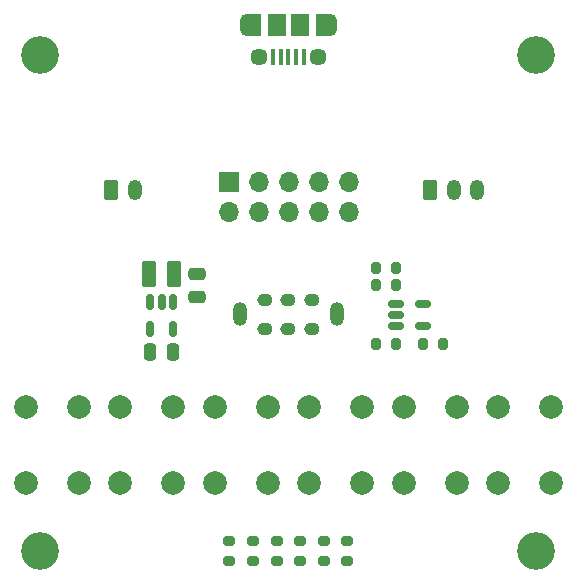
<source format=gts>
%TF.GenerationSoftware,KiCad,Pcbnew,(6.0.2)*%
%TF.CreationDate,2022-05-15T12:29:41+01:00*%
%TF.ProjectId,led-tester,6c65642d-7465-4737-9465-722e6b696361,rev?*%
%TF.SameCoordinates,Original*%
%TF.FileFunction,Soldermask,Top*%
%TF.FilePolarity,Negative*%
%FSLAX46Y46*%
G04 Gerber Fmt 4.6, Leading zero omitted, Abs format (unit mm)*
G04 Created by KiCad (PCBNEW (6.0.2)) date 2022-05-15 12:29:41*
%MOMM*%
%LPD*%
G01*
G04 APERTURE LIST*
G04 Aperture macros list*
%AMRoundRect*
0 Rectangle with rounded corners*
0 $1 Rounding radius*
0 $2 $3 $4 $5 $6 $7 $8 $9 X,Y pos of 4 corners*
0 Add a 4 corners polygon primitive as box body*
4,1,4,$2,$3,$4,$5,$6,$7,$8,$9,$2,$3,0*
0 Add four circle primitives for the rounded corners*
1,1,$1+$1,$2,$3*
1,1,$1+$1,$4,$5*
1,1,$1+$1,$6,$7*
1,1,$1+$1,$8,$9*
0 Add four rect primitives between the rounded corners*
20,1,$1+$1,$2,$3,$4,$5,0*
20,1,$1+$1,$4,$5,$6,$7,0*
20,1,$1+$1,$6,$7,$8,$9,0*
20,1,$1+$1,$8,$9,$2,$3,0*%
G04 Aperture macros list end*
%ADD10C,2.000000*%
%ADD11RoundRect,0.200000X0.200000X0.275000X-0.200000X0.275000X-0.200000X-0.275000X0.200000X-0.275000X0*%
%ADD12R,0.400000X1.350000*%
%ADD13R,1.200000X1.900000*%
%ADD14C,1.450000*%
%ADD15R,1.500000X1.900000*%
%ADD16O,1.200000X1.900000*%
%ADD17RoundRect,0.200000X-0.275000X0.200000X-0.275000X-0.200000X0.275000X-0.200000X0.275000X0.200000X0*%
%ADD18C,3.200000*%
%ADD19RoundRect,0.250000X-0.250000X-0.475000X0.250000X-0.475000X0.250000X0.475000X-0.250000X0.475000X0*%
%ADD20R,1.700000X1.700000*%
%ADD21O,1.700000X1.700000*%
%ADD22O,1.200000X2.000000*%
%ADD23O,1.300000X1.100000*%
%ADD24RoundRect,0.250000X-0.475000X0.250000X-0.475000X-0.250000X0.475000X-0.250000X0.475000X0.250000X0*%
%ADD25RoundRect,0.250000X-0.375000X-0.850000X0.375000X-0.850000X0.375000X0.850000X-0.375000X0.850000X0*%
%ADD26RoundRect,0.150000X-0.150000X0.512500X-0.150000X-0.512500X0.150000X-0.512500X0.150000X0.512500X0*%
%ADD27RoundRect,0.150000X-0.512500X-0.150000X0.512500X-0.150000X0.512500X0.150000X-0.512500X0.150000X0*%
%ADD28RoundRect,0.250000X-0.350000X-0.625000X0.350000X-0.625000X0.350000X0.625000X-0.350000X0.625000X0*%
%ADD29O,1.200000X1.750000*%
G04 APERTURE END LIST*
D10*
%TO.C,SW2*%
X102750000Y-83750000D03*
X102750000Y-90250000D03*
X107250000Y-90250000D03*
X107250000Y-83750000D03*
%TD*%
D11*
%TO.C,R9*%
X138075000Y-78500000D03*
X136425000Y-78500000D03*
%TD*%
D12*
%TO.C,J1*%
X126300000Y-54162500D03*
X125650000Y-54162500D03*
X125000000Y-54162500D03*
X124350000Y-54162500D03*
X123700000Y-54162500D03*
D13*
X122100000Y-51462500D03*
D14*
X127500000Y-54162500D03*
D13*
X127900000Y-51462500D03*
D15*
X124000000Y-51462500D03*
D16*
X128500000Y-51462500D03*
D14*
X122500000Y-54162500D03*
D15*
X126000000Y-51462500D03*
D16*
X121500000Y-51462500D03*
%TD*%
D17*
%TO.C,R3*%
X124000000Y-96825000D03*
X124000000Y-95175000D03*
%TD*%
D18*
%TO.C,H1*%
X104000000Y-54000000D03*
%TD*%
D19*
%TO.C,C1*%
X113325000Y-79110000D03*
X115225000Y-79110000D03*
%TD*%
D17*
%TO.C,R1*%
X120000000Y-95175000D03*
X120000000Y-96825000D03*
%TD*%
D10*
%TO.C,SW3*%
X110750000Y-83750000D03*
X110750000Y-90250000D03*
X115250000Y-83750000D03*
X115250000Y-90250000D03*
%TD*%
D20*
%TO.C,J4*%
X119950000Y-64710000D03*
D21*
X119950000Y-67250000D03*
X122490000Y-64710000D03*
X122490000Y-67250000D03*
X125030000Y-64710000D03*
X125030000Y-67250000D03*
X127570000Y-64710000D03*
X127570000Y-67250000D03*
X130110000Y-64710000D03*
X130110000Y-67250000D03*
%TD*%
D10*
%TO.C,SW5*%
X126750000Y-83750000D03*
X126750000Y-90250000D03*
X131250000Y-83750000D03*
X131250000Y-90250000D03*
%TD*%
D18*
%TO.C,H3*%
X146000000Y-54000000D03*
%TD*%
D17*
%TO.C,R2*%
X122000000Y-96825000D03*
X122000000Y-95175000D03*
%TD*%
D10*
%TO.C,SW4*%
X118750000Y-90250000D03*
X118750000Y-83750000D03*
X123250000Y-90250000D03*
X123250000Y-83750000D03*
%TD*%
D22*
%TO.C,SW1*%
X129100000Y-75960000D03*
X120900000Y-75960000D03*
D23*
X123000000Y-74710000D03*
X125000000Y-74710000D03*
X127000000Y-74710000D03*
X123000000Y-77210000D03*
X125000000Y-77210000D03*
X127000000Y-77210000D03*
%TD*%
D10*
%TO.C,SW6*%
X134750000Y-83750000D03*
X134750000Y-90250000D03*
X139250000Y-83750000D03*
X139250000Y-90250000D03*
%TD*%
D17*
%TO.C,R6*%
X130000000Y-95175000D03*
X130000000Y-96825000D03*
%TD*%
%TO.C,R5*%
X128000000Y-96825000D03*
X128000000Y-95175000D03*
%TD*%
D10*
%TO.C,SW7*%
X142750000Y-90250000D03*
X142750000Y-83750000D03*
X147250000Y-90250000D03*
X147250000Y-83750000D03*
%TD*%
D24*
%TO.C,C2*%
X117275000Y-72550000D03*
X117275000Y-74450000D03*
%TD*%
D18*
%TO.C,H2*%
X146000000Y-96000000D03*
%TD*%
D17*
%TO.C,R4*%
X126000000Y-95175000D03*
X126000000Y-96825000D03*
%TD*%
D25*
%TO.C,L1*%
X113200000Y-72550000D03*
X115350000Y-72550000D03*
%TD*%
D11*
%TO.C,R7*%
X134075000Y-73500000D03*
X132425000Y-73500000D03*
%TD*%
%TO.C,R8*%
X134075000Y-78500000D03*
X132425000Y-78500000D03*
%TD*%
D26*
%TO.C,U1*%
X115225000Y-74910000D03*
X114275000Y-74910000D03*
X113325000Y-74910000D03*
X113325000Y-77185000D03*
X115225000Y-77185000D03*
%TD*%
D27*
%TO.C,U2*%
X134112500Y-75050000D03*
X134112500Y-76000000D03*
X134112500Y-76950000D03*
X136387500Y-76950000D03*
X136387500Y-75050000D03*
%TD*%
D11*
%TO.C,R10*%
X134075000Y-72000000D03*
X132425000Y-72000000D03*
%TD*%
D18*
%TO.C,H4*%
X104000000Y-96000000D03*
%TD*%
D28*
%TO.C,J3*%
X137000000Y-65450000D03*
D29*
X139000000Y-65450000D03*
X141000000Y-65450000D03*
%TD*%
D28*
%TO.C,J2*%
X110000000Y-65450000D03*
D29*
X112000000Y-65450000D03*
%TD*%
M02*

</source>
